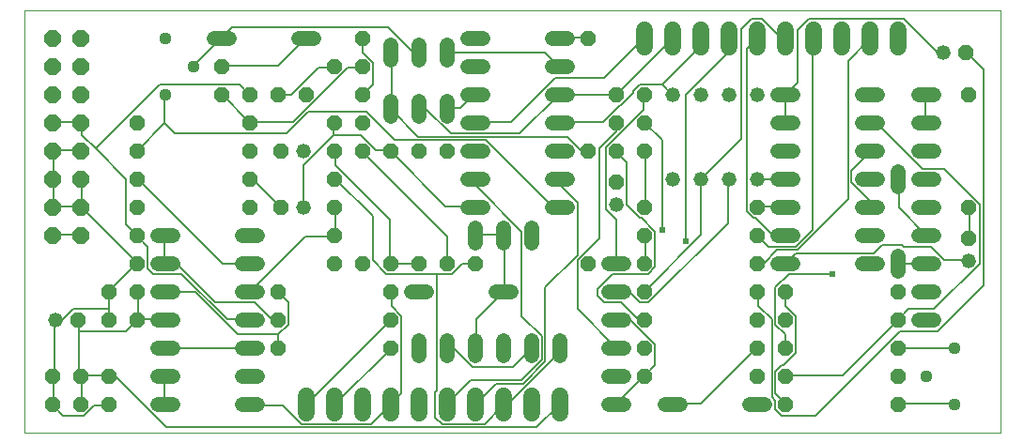
<source format=gtl>
G75*
%MOIN*%
%OFA0B0*%
%FSLAX25Y25*%
%IPPOS*%
%LPD*%
%AMOC8*
5,1,8,0,0,1.08239X$1,22.5*
%
%ADD10C,0.00000*%
%ADD11OC8,0.05200*%
%ADD12C,0.05200*%
%ADD13C,0.05200*%
%ADD14OC8,0.06000*%
%ADD15C,0.06000*%
%ADD16C,0.04400*%
%ADD17C,0.00600*%
%ADD18C,0.02400*%
D10*
X0001000Y0003500D02*
X0001000Y0153461D01*
X0347201Y0153461D01*
X0347201Y0003500D01*
X0001000Y0003500D01*
D11*
X0011000Y0013500D03*
X0021000Y0013500D03*
X0031000Y0013500D03*
X0031000Y0023500D03*
X0021000Y0023500D03*
X0011000Y0023500D03*
X0020000Y0043500D03*
X0031000Y0043500D03*
X0041000Y0043500D03*
X0041000Y0053500D03*
X0031000Y0053500D03*
X0041000Y0063500D03*
X0041000Y0073500D03*
X0041000Y0083500D03*
X0041000Y0093500D03*
X0041000Y0103500D03*
X0041000Y0113500D03*
X0071000Y0123500D03*
X0081000Y0123500D03*
X0091000Y0123500D03*
X0101000Y0123500D03*
X0121000Y0123500D03*
X0121000Y0113500D03*
X0111000Y0113500D03*
X0111000Y0103500D03*
X0121000Y0103500D03*
X0131000Y0103500D03*
X0141000Y0103500D03*
X0151000Y0103500D03*
X0111000Y0093500D03*
X0111000Y0083500D03*
X0092000Y0083500D03*
X0081000Y0083500D03*
X0081000Y0093500D03*
X0081000Y0103500D03*
X0092000Y0103500D03*
X0081000Y0113500D03*
X0071000Y0133500D03*
X0111000Y0133500D03*
X0121000Y0133500D03*
X0121000Y0143500D03*
X0201000Y0143500D03*
X0211000Y0123500D03*
X0221000Y0123500D03*
X0221000Y0113500D03*
X0211000Y0113500D03*
X0211000Y0103500D03*
X0201000Y0103500D03*
X0221000Y0103500D03*
X0211000Y0092500D03*
X0221000Y0083500D03*
X0221000Y0073500D03*
X0221000Y0063500D03*
X0221000Y0053500D03*
X0201000Y0063500D03*
X0161000Y0063500D03*
X0151000Y0063500D03*
X0141000Y0063500D03*
X0131000Y0063500D03*
X0121000Y0063500D03*
X0111000Y0063500D03*
X0111000Y0073500D03*
X0091000Y0053500D03*
X0091000Y0043500D03*
X0091000Y0033500D03*
X0131000Y0033500D03*
X0131000Y0043500D03*
X0131000Y0053500D03*
X0221000Y0043500D03*
X0221000Y0033500D03*
X0221000Y0023500D03*
X0261000Y0023500D03*
X0271000Y0023500D03*
X0271000Y0013500D03*
X0311000Y0013500D03*
X0311000Y0023500D03*
X0311000Y0033500D03*
X0311000Y0043500D03*
X0311000Y0053500D03*
X0271000Y0053500D03*
X0261000Y0053500D03*
X0261000Y0063500D03*
X0261000Y0073500D03*
X0261000Y0083500D03*
X0336000Y0083500D03*
X0336000Y0072500D03*
X0271000Y0043500D03*
X0261000Y0043500D03*
X0261000Y0033500D03*
X0271000Y0033500D03*
X0336000Y0123500D03*
X0335000Y0138500D03*
D12*
X0327000Y0138500D03*
X0261000Y0123500D03*
X0251000Y0123500D03*
X0241000Y0123500D03*
X0231000Y0123500D03*
X0231000Y0093500D03*
X0241000Y0093500D03*
X0251000Y0093500D03*
X0261000Y0093500D03*
X0211000Y0084500D03*
X0100000Y0083500D03*
X0100000Y0103500D03*
X0012000Y0043500D03*
X0336000Y0064500D03*
D13*
X0323600Y0063500D02*
X0318400Y0063500D01*
X0311000Y0066100D02*
X0311000Y0060900D01*
X0303600Y0063500D02*
X0298400Y0063500D01*
X0298400Y0073500D02*
X0303600Y0073500D01*
X0318400Y0073500D02*
X0323600Y0073500D01*
X0323600Y0083500D02*
X0318400Y0083500D01*
X0311000Y0090900D02*
X0311000Y0096100D01*
X0303600Y0093500D02*
X0298400Y0093500D01*
X0298400Y0083500D02*
X0303600Y0083500D01*
X0318400Y0093500D02*
X0323600Y0093500D01*
X0323600Y0103500D02*
X0318400Y0103500D01*
X0303600Y0103500D02*
X0298400Y0103500D01*
X0273600Y0103500D02*
X0268400Y0103500D01*
X0268400Y0093500D02*
X0273600Y0093500D01*
X0273600Y0083500D02*
X0268400Y0083500D01*
X0268400Y0073500D02*
X0273600Y0073500D01*
X0273600Y0063500D02*
X0268400Y0063500D01*
X0318400Y0053500D02*
X0323600Y0053500D01*
X0323600Y0043500D02*
X0318400Y0043500D01*
X0263600Y0013500D02*
X0258400Y0013500D01*
X0233600Y0013500D02*
X0228400Y0013500D01*
X0213600Y0013500D02*
X0208400Y0013500D01*
X0208400Y0023500D02*
X0213600Y0023500D01*
X0191000Y0030900D02*
X0191000Y0036100D01*
X0181000Y0036100D02*
X0181000Y0030900D01*
X0171000Y0030900D02*
X0171000Y0036100D01*
X0161000Y0036100D02*
X0161000Y0030900D01*
X0151000Y0030900D02*
X0151000Y0036100D01*
X0141000Y0036100D02*
X0141000Y0030900D01*
X0143600Y0053500D02*
X0138400Y0053500D01*
X0168400Y0053500D02*
X0173600Y0053500D01*
X0208400Y0053500D02*
X0213600Y0053500D01*
X0213600Y0063500D02*
X0208400Y0063500D01*
X0181000Y0070900D02*
X0181000Y0076100D01*
X0171000Y0076100D02*
X0171000Y0070900D01*
X0161000Y0070900D02*
X0161000Y0076100D01*
X0163600Y0083500D02*
X0158400Y0083500D01*
X0158400Y0093500D02*
X0163600Y0093500D01*
X0163600Y0103500D02*
X0158400Y0103500D01*
X0158400Y0113500D02*
X0163600Y0113500D01*
X0151000Y0115900D02*
X0151000Y0121100D01*
X0141000Y0121100D02*
X0141000Y0115900D01*
X0131000Y0115900D02*
X0131000Y0121100D01*
X0158400Y0123500D02*
X0163600Y0123500D01*
X0163600Y0133500D02*
X0158400Y0133500D01*
X0151000Y0135900D02*
X0151000Y0141100D01*
X0141000Y0141100D02*
X0141000Y0135900D01*
X0131000Y0135900D02*
X0131000Y0141100D01*
X0103600Y0143500D02*
X0098400Y0143500D01*
X0073600Y0143500D02*
X0068400Y0143500D01*
X0158400Y0143500D02*
X0163600Y0143500D01*
X0188400Y0143500D02*
X0193600Y0143500D01*
X0193600Y0133500D02*
X0188400Y0133500D01*
X0188400Y0123500D02*
X0193600Y0123500D01*
X0193600Y0113500D02*
X0188400Y0113500D01*
X0188400Y0103500D02*
X0193600Y0103500D01*
X0193600Y0093500D02*
X0188400Y0093500D01*
X0188400Y0083500D02*
X0193600Y0083500D01*
X0268400Y0113500D02*
X0273600Y0113500D01*
X0273600Y0123500D02*
X0268400Y0123500D01*
X0298400Y0123500D02*
X0303600Y0123500D01*
X0318400Y0123500D02*
X0323600Y0123500D01*
X0323600Y0113500D02*
X0318400Y0113500D01*
X0303600Y0113500D02*
X0298400Y0113500D01*
X0213600Y0043500D02*
X0208400Y0043500D01*
X0208400Y0033500D02*
X0213600Y0033500D01*
X0083600Y0033500D02*
X0078400Y0033500D01*
X0078400Y0043500D02*
X0083600Y0043500D01*
X0083600Y0053500D02*
X0078400Y0053500D01*
X0078400Y0063500D02*
X0083600Y0063500D01*
X0083600Y0073500D02*
X0078400Y0073500D01*
X0053600Y0073500D02*
X0048400Y0073500D01*
X0048400Y0063500D02*
X0053600Y0063500D01*
X0053600Y0053500D02*
X0048400Y0053500D01*
X0048400Y0043500D02*
X0053600Y0043500D01*
X0053600Y0033500D02*
X0048400Y0033500D01*
X0048400Y0023500D02*
X0053600Y0023500D01*
X0053600Y0013500D02*
X0048400Y0013500D01*
X0078400Y0013500D02*
X0083600Y0013500D01*
X0083600Y0023500D02*
X0078400Y0023500D01*
D14*
X0021000Y0073500D03*
X0011000Y0073500D03*
X0011000Y0083500D03*
X0021000Y0083500D03*
X0021000Y0093500D03*
X0011000Y0093500D03*
X0011000Y0103500D03*
X0021000Y0103500D03*
X0021000Y0113500D03*
X0011000Y0113500D03*
X0011000Y0123500D03*
X0021000Y0123500D03*
X0021000Y0133500D03*
X0011000Y0133500D03*
X0011000Y0143500D03*
X0021000Y0143500D03*
D15*
X0221000Y0140500D02*
X0221000Y0146500D01*
X0231000Y0146500D02*
X0231000Y0140500D01*
X0241000Y0140500D02*
X0241000Y0146500D01*
X0251000Y0146500D02*
X0251000Y0140500D01*
X0261000Y0140500D02*
X0261000Y0146500D01*
X0271000Y0146500D02*
X0271000Y0140500D01*
X0281000Y0140500D02*
X0281000Y0146500D01*
X0291000Y0146500D02*
X0291000Y0140500D01*
X0301000Y0140500D02*
X0301000Y0146500D01*
X0311000Y0146500D02*
X0311000Y0140500D01*
X0191000Y0016500D02*
X0191000Y0010500D01*
X0181000Y0010500D02*
X0181000Y0016500D01*
X0171000Y0016500D02*
X0171000Y0010500D01*
X0161000Y0010500D02*
X0161000Y0016500D01*
X0151000Y0016500D02*
X0151000Y0010500D01*
X0141000Y0010500D02*
X0141000Y0016500D01*
X0131000Y0016500D02*
X0131000Y0010500D01*
X0121000Y0010500D02*
X0121000Y0016500D01*
X0111000Y0016500D02*
X0111000Y0010500D01*
X0101000Y0010500D02*
X0101000Y0016500D01*
D16*
X0321000Y0023500D03*
X0331000Y0013500D03*
X0331000Y0033500D03*
X0061000Y0133500D03*
X0051000Y0143500D03*
X0051000Y0123500D03*
D17*
X0050800Y0123500D01*
X0050800Y0113300D01*
X0054400Y0109700D01*
X0094000Y0109700D01*
X0101800Y0117500D01*
X0122200Y0117500D01*
X0132400Y0107300D01*
X0164800Y0107300D01*
X0188200Y0083900D01*
X0190600Y0083900D01*
X0191000Y0083500D01*
X0197200Y0085100D02*
X0197200Y0066500D01*
X0185800Y0055100D01*
X0185800Y0028700D01*
X0178000Y0020900D01*
X0168400Y0020900D01*
X0161000Y0013500D01*
X0164200Y0006500D02*
X0170800Y0013100D01*
X0171000Y0013500D01*
X0171400Y0013700D01*
X0172600Y0013700D01*
X0190600Y0031700D01*
X0190600Y0033500D01*
X0191000Y0033500D01*
X0184600Y0029300D02*
X0177400Y0022100D01*
X0159400Y0022100D01*
X0151000Y0013700D01*
X0151000Y0013500D01*
X0146800Y0017900D02*
X0146800Y0008900D01*
X0149200Y0006500D01*
X0164200Y0006500D01*
X0182800Y0005300D02*
X0191000Y0013500D01*
X0182800Y0005300D02*
X0051400Y0005300D01*
X0033400Y0023300D01*
X0031000Y0023300D01*
X0031000Y0023500D01*
X0031000Y0023900D01*
X0021400Y0023900D01*
X0021000Y0023500D01*
X0020800Y0023900D01*
X0020200Y0024500D01*
X0020200Y0039500D01*
X0037000Y0039500D01*
X0041000Y0043500D01*
X0041200Y0043700D01*
X0050800Y0043700D01*
X0051000Y0043500D01*
X0041200Y0043700D02*
X0041200Y0053300D01*
X0041000Y0053500D01*
X0051000Y0053500D02*
X0051400Y0053300D01*
X0061600Y0053300D01*
X0076600Y0038300D01*
X0091000Y0038300D01*
X0094600Y0041900D01*
X0094600Y0049700D01*
X0091000Y0053300D01*
X0091000Y0053500D01*
X0082600Y0049700D02*
X0068800Y0049700D01*
X0055000Y0063500D01*
X0051000Y0063500D01*
X0050800Y0063500D01*
X0050800Y0073100D01*
X0051000Y0073500D01*
X0044800Y0069500D02*
X0041200Y0073100D01*
X0041000Y0073500D01*
X0040600Y0073700D01*
X0037000Y0077300D01*
X0037000Y0093500D01*
X0026200Y0104300D01*
X0049000Y0127100D01*
X0077200Y0127100D01*
X0080800Y0123500D01*
X0081000Y0123500D01*
X0080800Y0113900D02*
X0071200Y0123500D01*
X0071000Y0123500D01*
X0080800Y0113900D02*
X0081000Y0113500D01*
X0081400Y0113900D01*
X0096400Y0113900D01*
X0115600Y0133100D01*
X0121000Y0133100D01*
X0121000Y0133500D01*
X0124600Y0134900D02*
X0124600Y0127100D01*
X0121000Y0123500D01*
X0131000Y0118500D02*
X0131200Y0118100D01*
X0140800Y0108500D01*
X0193600Y0108500D01*
X0198400Y0103700D01*
X0200800Y0103700D01*
X0201000Y0103500D01*
X0205000Y0104300D02*
X0205000Y0072500D01*
X0197200Y0064700D01*
X0197200Y0047300D01*
X0211000Y0033500D01*
X0216400Y0043100D02*
X0224800Y0034700D01*
X0224800Y0027500D01*
X0221200Y0023900D01*
X0221000Y0023500D01*
X0220600Y0023300D01*
X0211000Y0013700D01*
X0211000Y0013500D01*
X0231000Y0013500D02*
X0231400Y0013700D01*
X0241000Y0013700D01*
X0260800Y0033500D01*
X0261000Y0033500D01*
X0271000Y0033500D02*
X0271000Y0038300D01*
X0267400Y0041900D01*
X0267400Y0055100D01*
X0272200Y0059900D01*
X0287800Y0059900D01*
X0274600Y0067100D02*
X0271000Y0063500D01*
X0274600Y0067100D02*
X0302200Y0067100D01*
X0305200Y0070100D01*
X0312400Y0070100D01*
X0313000Y0069500D01*
X0322600Y0069500D01*
X0327400Y0064700D01*
X0335800Y0064700D01*
X0336000Y0064500D01*
X0340000Y0063500D02*
X0323800Y0047300D01*
X0314800Y0047300D01*
X0311000Y0043500D01*
X0291400Y0023900D01*
X0271000Y0023900D01*
X0271000Y0023500D01*
X0267400Y0025100D02*
X0267400Y0017300D01*
X0271000Y0013700D01*
X0271000Y0013500D01*
X0267400Y0014900D02*
X0267400Y0011900D01*
X0269800Y0009500D01*
X0281800Y0009500D01*
X0311800Y0039500D01*
X0325000Y0039500D01*
X0341200Y0055700D01*
X0341200Y0132500D01*
X0335200Y0138500D01*
X0335000Y0138500D01*
X0327000Y0138500D02*
X0325000Y0138500D01*
X0313000Y0150500D01*
X0279400Y0150500D01*
X0275200Y0146300D01*
X0275200Y0127700D01*
X0271000Y0123500D01*
X0271000Y0113500D01*
X0255400Y0107900D02*
X0241000Y0093500D01*
X0241000Y0073700D01*
X0221200Y0053900D01*
X0221000Y0053500D01*
X0219400Y0049700D02*
X0215800Y0053300D01*
X0211000Y0053300D01*
X0211000Y0053500D01*
X0206800Y0049700D02*
X0204400Y0052100D01*
X0204400Y0054500D01*
X0209800Y0059900D01*
X0222400Y0059900D01*
X0224800Y0062300D01*
X0224800Y0074900D01*
X0220000Y0079700D01*
X0219400Y0079700D01*
X0214600Y0084500D01*
X0214600Y0099500D01*
X0211000Y0103100D01*
X0211000Y0103500D01*
X0207400Y0104900D02*
X0220600Y0118100D01*
X0220600Y0123500D01*
X0221000Y0123500D01*
X0219400Y0127100D02*
X0217000Y0124700D01*
X0217000Y0124100D01*
X0212800Y0119900D01*
X0212200Y0119900D01*
X0206200Y0113900D01*
X0191200Y0113900D01*
X0191000Y0113500D01*
X0190600Y0123500D02*
X0176800Y0109700D01*
X0152200Y0109700D01*
X0143800Y0118100D01*
X0141400Y0118100D01*
X0141000Y0118500D01*
X0151000Y0118500D02*
X0151000Y0118700D01*
X0155800Y0118700D01*
X0160600Y0123500D01*
X0161000Y0123500D01*
X0161200Y0113900D02*
X0161000Y0113500D01*
X0161200Y0113900D02*
X0173800Y0113900D01*
X0189400Y0129500D01*
X0206800Y0129500D01*
X0220600Y0143300D01*
X0221000Y0143500D01*
X0231000Y0143500D02*
X0211000Y0123500D01*
X0191000Y0123500D01*
X0190600Y0123500D01*
X0211000Y0113500D02*
X0211000Y0110300D01*
X0205000Y0104300D01*
X0207400Y0104900D02*
X0207400Y0082700D01*
X0211000Y0079100D01*
X0211000Y0063500D01*
X0221000Y0063500D02*
X0221200Y0063500D01*
X0221200Y0073100D01*
X0221000Y0073500D01*
X0227200Y0075500D02*
X0227200Y0107300D01*
X0221000Y0113500D01*
X0230800Y0123500D02*
X0231000Y0123500D01*
X0230800Y0123500D02*
X0227200Y0127100D01*
X0241000Y0140900D01*
X0241000Y0143500D01*
X0250600Y0143300D02*
X0250600Y0138500D01*
X0235600Y0123500D01*
X0235600Y0071300D01*
X0250600Y0077900D02*
X0250600Y0093500D01*
X0251000Y0093500D01*
X0261000Y0093500D02*
X0271000Y0093500D01*
X0271000Y0083900D02*
X0261400Y0083900D01*
X0261000Y0083500D01*
X0257200Y0082100D02*
X0257200Y0139700D01*
X0261000Y0143500D01*
X0255400Y0146900D02*
X0255400Y0107900D01*
X0221200Y0103100D02*
X0221000Y0103500D01*
X0221200Y0103100D02*
X0221200Y0083900D01*
X0221000Y0083500D01*
X0197200Y0085100D02*
X0191200Y0091100D01*
X0191200Y0093500D01*
X0191000Y0093500D01*
X0177400Y0074900D02*
X0161200Y0091100D01*
X0161200Y0093500D01*
X0161000Y0093500D01*
X0160600Y0083900D02*
X0150400Y0083900D01*
X0131200Y0103100D01*
X0131000Y0103500D01*
X0130600Y0103700D01*
X0125800Y0103700D01*
X0120400Y0109100D01*
X0110800Y0109100D01*
X0110800Y0113300D01*
X0111000Y0113500D01*
X0110800Y0109100D02*
X0100000Y0098300D01*
X0100000Y0083500D01*
X0092000Y0083500D02*
X0082000Y0093500D01*
X0081000Y0093500D01*
X0111000Y0093500D02*
X0111400Y0093500D01*
X0124600Y0080300D01*
X0124600Y0064700D01*
X0129400Y0059900D01*
X0147400Y0059900D01*
X0147400Y0018500D01*
X0146800Y0017900D01*
X0134800Y0017300D02*
X0131000Y0013500D01*
X0124000Y0006500D01*
X0099400Y0006500D01*
X0092800Y0013100D01*
X0081400Y0013100D01*
X0081000Y0013500D01*
X0101000Y0013500D02*
X0131000Y0043500D01*
X0134800Y0044900D02*
X0134800Y0017300D01*
X0131200Y0033500D02*
X0111400Y0013700D01*
X0111000Y0013500D01*
X0091000Y0033500D02*
X0091000Y0038300D01*
X0091000Y0043500D02*
X0091000Y0043700D01*
X0088600Y0043700D01*
X0082600Y0049700D01*
X0081000Y0053500D02*
X0100600Y0073100D01*
X0110800Y0073100D01*
X0111000Y0073500D01*
X0111400Y0073700D01*
X0111400Y0083300D01*
X0111000Y0083500D01*
X0111400Y0098300D02*
X0130600Y0079100D01*
X0130600Y0063500D01*
X0131000Y0063500D01*
X0141000Y0063500D01*
X0147400Y0059900D02*
X0152800Y0059900D01*
X0156400Y0063500D01*
X0161000Y0063500D01*
X0151000Y0063500D02*
X0151000Y0073100D01*
X0121000Y0103100D01*
X0121000Y0103500D01*
X0111400Y0103100D02*
X0111400Y0098300D01*
X0111400Y0103100D02*
X0111000Y0103500D01*
X0131000Y0118500D02*
X0131200Y0118700D01*
X0131200Y0138500D01*
X0131000Y0138500D01*
X0139000Y0138500D02*
X0130000Y0147500D01*
X0074800Y0147500D01*
X0071200Y0143900D01*
X0071000Y0143500D01*
X0070600Y0143300D01*
X0061000Y0133700D01*
X0061000Y0133500D01*
X0071000Y0133500D02*
X0071200Y0133700D01*
X0091000Y0133700D01*
X0100600Y0143300D01*
X0101000Y0143500D01*
X0121000Y0143500D02*
X0121000Y0138500D01*
X0124600Y0134900D01*
X0111000Y0133500D02*
X0110800Y0133100D01*
X0105400Y0133100D01*
X0095800Y0123500D01*
X0091000Y0123500D01*
X0050800Y0113300D02*
X0041000Y0103500D01*
X0026200Y0104300D02*
X0021400Y0109100D01*
X0021400Y0113300D01*
X0021000Y0113500D01*
X0020800Y0113900D01*
X0011200Y0113900D01*
X0011000Y0113500D01*
X0011200Y0103700D02*
X0011000Y0103500D01*
X0011200Y0103100D01*
X0011200Y0093500D01*
X0011000Y0093500D01*
X0011200Y0093500D02*
X0011200Y0083900D01*
X0011000Y0083500D01*
X0011200Y0083900D02*
X0020800Y0083900D01*
X0021000Y0083500D01*
X0021400Y0083300D01*
X0041200Y0063500D01*
X0041000Y0063500D01*
X0040600Y0063500D01*
X0031000Y0053900D01*
X0031000Y0053500D01*
X0031000Y0047300D01*
X0018400Y0047300D01*
X0014800Y0043700D01*
X0012400Y0043700D01*
X0012000Y0043500D01*
X0011800Y0043100D01*
X0011800Y0024500D01*
X0011200Y0023900D01*
X0011000Y0023500D01*
X0011200Y0023300D01*
X0011200Y0013700D01*
X0011000Y0013500D01*
X0011200Y0013100D01*
X0014800Y0009500D01*
X0022000Y0009500D01*
X0025600Y0013100D01*
X0031000Y0013100D01*
X0031000Y0013500D01*
X0021400Y0013700D02*
X0021000Y0013500D01*
X0021400Y0013700D02*
X0021400Y0023300D01*
X0021000Y0023500D01*
X0050800Y0023300D02*
X0050800Y0013700D01*
X0051000Y0013500D01*
X0050800Y0023300D02*
X0051000Y0023500D01*
X0051000Y0033500D02*
X0081000Y0033500D01*
X0081000Y0043500D02*
X0080800Y0043700D01*
X0073000Y0043700D01*
X0056800Y0059900D01*
X0046600Y0059900D01*
X0044800Y0061700D01*
X0044800Y0069500D01*
X0021000Y0073500D02*
X0020800Y0073700D01*
X0011200Y0073700D01*
X0011000Y0073500D01*
X0021000Y0083500D02*
X0021400Y0083900D01*
X0021400Y0093500D01*
X0021000Y0093500D01*
X0021000Y0103500D02*
X0020800Y0103700D01*
X0011200Y0103700D01*
X0041000Y0093500D02*
X0041200Y0093500D01*
X0071200Y0063500D01*
X0081000Y0063500D01*
X0131000Y0053500D02*
X0131200Y0053300D01*
X0131200Y0048500D01*
X0134800Y0044900D01*
X0131200Y0033500D02*
X0131000Y0033500D01*
X0151000Y0033500D02*
X0153400Y0033500D01*
X0160000Y0026900D01*
X0174400Y0026900D01*
X0181000Y0033500D01*
X0184600Y0029300D02*
X0184600Y0037700D01*
X0177400Y0044900D01*
X0177400Y0074900D01*
X0171400Y0073100D02*
X0171000Y0073500D01*
X0170800Y0073700D01*
X0161200Y0073700D01*
X0161000Y0073500D01*
X0171400Y0073100D02*
X0171400Y0053900D01*
X0171000Y0053500D01*
X0161200Y0043700D01*
X0161200Y0033500D01*
X0161000Y0033500D01*
X0206800Y0049700D02*
X0212800Y0049700D01*
X0218800Y0043700D01*
X0220600Y0043700D01*
X0221000Y0043500D01*
X0216400Y0043100D02*
X0211000Y0043100D01*
X0211000Y0043500D01*
X0219400Y0049700D02*
X0222400Y0049700D01*
X0250600Y0077900D01*
X0257200Y0082100D02*
X0259600Y0079700D01*
X0260200Y0079700D01*
X0266200Y0073700D01*
X0271000Y0073700D01*
X0271000Y0073500D01*
X0274600Y0069500D02*
X0265000Y0069500D01*
X0261000Y0073500D01*
X0268000Y0068300D02*
X0275200Y0068300D01*
X0293200Y0086300D01*
X0293200Y0135500D01*
X0301000Y0143300D01*
X0301000Y0143500D01*
X0281000Y0143500D02*
X0280600Y0143300D01*
X0280600Y0075500D01*
X0274600Y0069500D01*
X0268000Y0068300D02*
X0263200Y0063500D01*
X0261000Y0063500D01*
X0261000Y0053500D02*
X0261400Y0053300D01*
X0261400Y0048500D01*
X0266200Y0043700D01*
X0266200Y0016100D01*
X0267400Y0014900D01*
X0267400Y0025100D02*
X0269800Y0027500D01*
X0270400Y0027500D01*
X0274600Y0031700D01*
X0274600Y0044900D01*
X0271000Y0048500D01*
X0271000Y0053500D01*
X0311000Y0063500D02*
X0321000Y0063500D01*
X0340000Y0063500D02*
X0340000Y0084500D01*
X0327400Y0097100D01*
X0319600Y0097100D01*
X0303400Y0113300D01*
X0301000Y0113300D01*
X0301000Y0113500D01*
X0320800Y0113900D02*
X0320800Y0123500D01*
X0321000Y0123500D01*
X0320800Y0113900D02*
X0321000Y0113500D01*
X0301000Y0103500D02*
X0301000Y0103100D01*
X0294400Y0096500D01*
X0294400Y0092300D01*
X0301000Y0085700D01*
X0301000Y0083500D01*
X0311200Y0083300D02*
X0321000Y0073500D01*
X0336000Y0072500D02*
X0336400Y0072500D01*
X0336400Y0083300D01*
X0336000Y0083500D01*
X0311200Y0083300D02*
X0311200Y0093500D01*
X0311000Y0093500D01*
X0271000Y0083900D02*
X0271000Y0083500D01*
X0227200Y0127100D02*
X0219400Y0127100D01*
X0191000Y0133500D02*
X0190600Y0133700D01*
X0185800Y0138500D01*
X0151000Y0138500D01*
X0141000Y0138500D02*
X0139000Y0138500D01*
X0191000Y0143500D02*
X0191200Y0143900D01*
X0200800Y0143900D01*
X0201000Y0143500D01*
X0250600Y0143300D02*
X0251000Y0143500D01*
X0255400Y0146900D02*
X0259000Y0150500D01*
X0262600Y0150500D01*
X0269200Y0143900D01*
X0271000Y0143900D01*
X0271000Y0143500D01*
X0161000Y0083500D02*
X0160600Y0083900D01*
X0031000Y0047300D02*
X0031000Y0043500D01*
X0020200Y0043100D02*
X0020200Y0039500D01*
X0020200Y0043100D02*
X0020000Y0043500D01*
X0311000Y0033500D02*
X0331000Y0033500D01*
X0331000Y0013700D02*
X0311200Y0013700D01*
X0311000Y0013500D01*
X0331000Y0013700D02*
X0331000Y0013500D01*
D18*
X0287800Y0059900D03*
X0235600Y0071300D03*
X0227200Y0075500D03*
M02*

</source>
